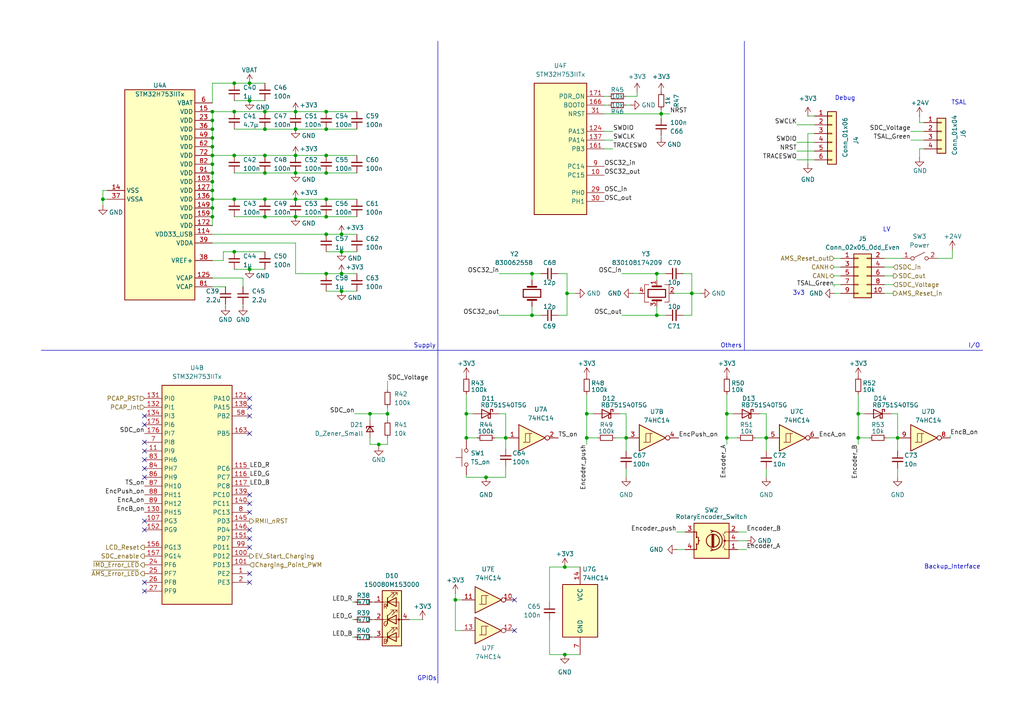
<source format=kicad_sch>
(kicad_sch
	(version 20250114)
	(generator "eeschema")
	(generator_version "9.0")
	(uuid "35b8a975-a1f8-4a47-8395-8e1ea283b386")
	(paper "A4")
	
	(text "Supply"
		(exclude_from_sim no)
		(at 123.19 100.33 0)
		(effects
			(font
				(size 1.27 1.27)
			)
		)
		(uuid "131e0615-657c-4f59-929d-0b7601842308")
	)
	(text "Backup_Interface"
		(exclude_from_sim no)
		(at 276.225 164.465 0)
		(effects
			(font
				(size 1.27 1.27)
			)
		)
		(uuid "15d77424-d13c-4f90-9f96-be8bf1adf8cc")
	)
	(text "3v3"
		(exclude_from_sim no)
		(at 229.87 85.09 0)
		(effects
			(font
				(size 1.27 1.27)
			)
			(justify left)
		)
		(uuid "364922e6-446e-413c-878a-bdcedb16435f")
	)
	(text "Debug"
		(exclude_from_sim no)
		(at 245.11 28.575 0)
		(effects
			(font
				(size 1.27 1.27)
			)
		)
		(uuid "79c5fecb-7e44-4b5c-b26a-b9a1ead8d6a7")
	)
	(text "GPIOs"
		(exclude_from_sim no)
		(at 123.825 196.85 0)
		(effects
			(font
				(size 1.27 1.27)
			)
		)
		(uuid "874e0f0d-b925-486e-858d-0f71e7baf11c")
	)
	(text "Others"
		(exclude_from_sim no)
		(at 212.09 100.33 0)
		(effects
			(font
				(size 1.27 1.27)
			)
		)
		(uuid "8c39beda-3239-4b4d-a394-cb66f7a7e4ef")
	)
	(text "LV"
		(exclude_from_sim no)
		(at 257.175 66.675 0)
		(effects
			(font
				(size 1.27 1.27)
			)
		)
		(uuid "8e72c987-571c-4fd1-98e2-d688bb9b9a23")
	)
	(text "TSAL"
		(exclude_from_sim no)
		(at 278.13 29.845 0)
		(effects
			(font
				(size 1.27 1.27)
			)
		)
		(uuid "b0e08e63-728e-465b-a9bb-a2354a70eaa5")
	)
	(text "I/O"
		(exclude_from_sim no)
		(at 282.575 100.33 0)
		(effects
			(font
				(size 1.27 1.27)
			)
		)
		(uuid "f89b8e88-7ad7-41ce-a0a0-f0fc435a26ef")
	)
	(junction
		(at 210.82 127)
		(diameter 0)
		(color 0 0 0 0)
		(uuid "03054f2e-9208-4716-83d7-1967059eae49")
	)
	(junction
		(at 170.18 120.015)
		(diameter 0)
		(color 0 0 0 0)
		(uuid "04edc9c4-6ba3-413b-80a1-5be3abfb178c")
	)
	(junction
		(at 61.595 60.325)
		(diameter 0)
		(color 0 0 0 0)
		(uuid "0639ff6d-0fa4-4a92-9101-ae69b2e89fd2")
	)
	(junction
		(at 135.255 127)
		(diameter 0)
		(color 0 0 0 0)
		(uuid "0da62957-c2c4-4942-91bd-ffb8d4251c5e")
	)
	(junction
		(at 67.945 32.385)
		(diameter 0)
		(color 0 0 0 0)
		(uuid "1277a601-4d5f-42fb-a0c5-a1f18ba0016e")
	)
	(junction
		(at 260.35 127)
		(diameter 0)
		(color 0 0 0 0)
		(uuid "1ec9d057-6b69-4bff-b2f9-d0b216a47459")
	)
	(junction
		(at 181.61 127)
		(diameter 0)
		(color 0 0 0 0)
		(uuid "1fbd7fc5-8c6d-4ada-afcb-22c60ceb9e34")
	)
	(junction
		(at 132.08 173.99)
		(diameter 0)
		(color 0 0 0 0)
		(uuid "2372f2f0-8b6b-4ba0-8156-48184e2d7c4f")
	)
	(junction
		(at 163.83 164.465)
		(diameter 0)
		(color 0 0 0 0)
		(uuid "32af624e-2218-4443-87a1-2186e9d667d8")
	)
	(junction
		(at 248.92 120.015)
		(diameter 0)
		(color 0 0 0 0)
		(uuid "37d9dbe4-82b9-4615-805a-2f19a542c56e")
	)
	(junction
		(at 170.18 127)
		(diameter 0)
		(color 0 0 0 0)
		(uuid "384fafa7-2dc2-475f-b12a-20aa52e1d930")
	)
	(junction
		(at 112.395 120.015)
		(diameter 0)
		(color 0 0 0 0)
		(uuid "38d409b5-2312-4643-b1fc-fd0131fce598")
	)
	(junction
		(at 67.945 57.785)
		(diameter 0)
		(color 0 0 0 0)
		(uuid "3a44a5b6-35e6-477b-bf34-724cef99df7e")
	)
	(junction
		(at 61.595 32.385)
		(diameter 0)
		(color 0 0 0 0)
		(uuid "3b2e415b-e57a-4f5e-b680-987d6e0ee75d")
	)
	(junction
		(at 76.835 45.085)
		(diameter 0)
		(color 0 0 0 0)
		(uuid "412c5816-2822-46ca-a32f-61cb431bfe1e")
	)
	(junction
		(at 61.595 34.925)
		(diameter 0)
		(color 0 0 0 0)
		(uuid "430d2d22-0f07-45e6-a066-ebb18e98b45d")
	)
	(junction
		(at 94.615 79.375)
		(diameter 0)
		(color 0 0 0 0)
		(uuid "432f5d77-435d-4ec6-8d84-c3578eca972e")
	)
	(junction
		(at 85.725 50.165)
		(diameter 0)
		(color 0 0 0 0)
		(uuid "43f5a8a8-38be-4f74-81aa-71bbc42e5709")
	)
	(junction
		(at 248.92 127)
		(diameter 0)
		(color 0 0 0 0)
		(uuid "46587df5-c4cb-464f-b081-46b2e985f2df")
	)
	(junction
		(at 99.06 84.455)
		(diameter 0)
		(color 0 0 0 0)
		(uuid "4904ae19-57ee-4766-a793-026af6184969")
	)
	(junction
		(at 61.595 57.785)
		(diameter 0)
		(color 0 0 0 0)
		(uuid "4a33e8c1-b15f-4db0-b29d-1dd2148aad9a")
	)
	(junction
		(at 85.725 57.785)
		(diameter 0)
		(color 0 0 0 0)
		(uuid "4bd9b2ee-526d-4e54-8543-852c7a6f1074")
	)
	(junction
		(at 61.595 40.005)
		(diameter 0)
		(color 0 0 0 0)
		(uuid "4bef900f-dc66-42af-b560-e8cc8d6a6bce")
	)
	(junction
		(at 61.595 37.465)
		(diameter 0)
		(color 0 0 0 0)
		(uuid "4c2b925c-0792-420d-8f18-1f562d9b6ba2")
	)
	(junction
		(at 99.06 73.025)
		(diameter 0)
		(color 0 0 0 0)
		(uuid "4ff38491-b732-4bec-930a-4ca407ceb858")
	)
	(junction
		(at 107.315 120.015)
		(diameter 0)
		(color 0 0 0 0)
		(uuid "543660ff-ca23-4fad-8505-bcc3272f30b0")
	)
	(junction
		(at 164.465 85.09)
		(diameter 0)
		(color 0 0 0 0)
		(uuid "556ed635-fced-44e3-845c-f708c990d149")
	)
	(junction
		(at 163.83 189.865)
		(diameter 0)
		(color 0 0 0 0)
		(uuid "57546ade-761b-45ef-9890-daec7eb5d082")
	)
	(junction
		(at 94.615 67.945)
		(diameter 0)
		(color 0 0 0 0)
		(uuid "58f143f7-5a5b-4ff8-89cf-03a63964eb53")
	)
	(junction
		(at 190.5 79.375)
		(diameter 0)
		(color 0 0 0 0)
		(uuid "592f8bd9-4310-4fe4-b840-3718d5a08ff0")
	)
	(junction
		(at 85.725 37.465)
		(diameter 0)
		(color 0 0 0 0)
		(uuid "5a46c399-0f9f-4049-86b9-32bfb792b0a4")
	)
	(junction
		(at 67.945 24.13)
		(diameter 0)
		(color 0 0 0 0)
		(uuid "5ee7831a-b9cd-4699-8b90-ccd7a33a516a")
	)
	(junction
		(at 94.615 62.865)
		(diameter 0)
		(color 0 0 0 0)
		(uuid "62af3ba4-2380-4137-9c4c-8f703fa148db")
	)
	(junction
		(at 222.25 127)
		(diameter 0)
		(color 0 0 0 0)
		(uuid "68357784-7318-43f3-becd-152fcf669e7d")
	)
	(junction
		(at 85.725 32.385)
		(diameter 0)
		(color 0 0 0 0)
		(uuid "6b4ae941-68bd-4806-b564-6051c3e374f6")
	)
	(junction
		(at 61.595 47.625)
		(diameter 0)
		(color 0 0 0 0)
		(uuid "6e7d6e8b-008e-46f2-97bf-300e301fcdc5")
	)
	(junction
		(at 72.39 29.21)
		(diameter 0)
		(color 0 0 0 0)
		(uuid "84972f59-b0b8-441f-aae9-7917b0ac015f")
	)
	(junction
		(at 85.725 45.085)
		(diameter 0)
		(color 0 0 0 0)
		(uuid "84d185bd-171c-460f-91bf-66aa757880e7")
	)
	(junction
		(at 76.835 37.465)
		(diameter 0)
		(color 0 0 0 0)
		(uuid "8a3e42ba-433e-476e-bec8-923cd84f46fb")
	)
	(junction
		(at 61.595 52.705)
		(diameter 0)
		(color 0 0 0 0)
		(uuid "93864b3d-3224-4702-bf3d-2ed04340069c")
	)
	(junction
		(at 99.06 79.375)
		(diameter 0)
		(color 0 0 0 0)
		(uuid "9e0818cf-2913-43d0-81ad-5fd7c6a3ddb1")
	)
	(junction
		(at 140.97 138.43)
		(diameter 0)
		(color 0 0 0 0)
		(uuid "a2af58c6-5f1e-4b3e-b0c0-12a279005486")
	)
	(junction
		(at 76.835 50.165)
		(diameter 0)
		(color 0 0 0 0)
		(uuid "a8da62c7-b5b2-4a05-8568-ce944b258201")
	)
	(junction
		(at 190.5 91.44)
		(diameter 0)
		(color 0 0 0 0)
		(uuid "ac9f37a4-8446-4a5b-a6ff-9f608799a097")
	)
	(junction
		(at 61.595 50.165)
		(diameter 0)
		(color 0 0 0 0)
		(uuid "b510fd1a-117a-465f-a751-9a561bd2ac96")
	)
	(junction
		(at 61.595 42.545)
		(diameter 0)
		(color 0 0 0 0)
		(uuid "b530e2a2-741c-4c76-ace0-7d60e6d206ce")
	)
	(junction
		(at 135.255 120.015)
		(diameter 0)
		(color 0 0 0 0)
		(uuid "b5323042-cbc4-4c6d-8b55-da362d9db400")
	)
	(junction
		(at 94.615 57.785)
		(diameter 0)
		(color 0 0 0 0)
		(uuid "bca7b570-75fa-40a7-a5dd-b415eee9e6fa")
	)
	(junction
		(at 94.615 50.165)
		(diameter 0)
		(color 0 0 0 0)
		(uuid "bcf0274b-9b82-4ddd-b442-da13a9d22e46")
	)
	(junction
		(at 67.945 73.025)
		(diameter 0)
		(color 0 0 0 0)
		(uuid "bdeb1722-eb35-4647-a7e0-350ed2e01785")
	)
	(junction
		(at 200.66 85.09)
		(diameter 0)
		(color 0 0 0 0)
		(uuid "c2234057-b903-484a-a2e3-a32a8859901c")
	)
	(junction
		(at 85.725 62.865)
		(diameter 0)
		(color 0 0 0 0)
		(uuid "c55b6c0a-705b-4ad7-afc8-beda683bc62e")
	)
	(junction
		(at 67.945 45.085)
		(diameter 0)
		(color 0 0 0 0)
		(uuid "ced6b67c-b589-447b-b173-eb3d5278bd77")
	)
	(junction
		(at 99.06 67.945)
		(diameter 0)
		(color 0 0 0 0)
		(uuid "ceeeb9fd-c3cf-438c-9822-df85739f3524")
	)
	(junction
		(at 191.77 33.02)
		(diameter 0)
		(color 0 0 0 0)
		(uuid "d01fb329-49c1-4312-9a86-8c2522e92a75")
	)
	(junction
		(at 72.39 24.13)
		(diameter 0)
		(color 0 0 0 0)
		(uuid "d181dd89-adb0-44ef-b5de-42f46220a519")
	)
	(junction
		(at 154.305 91.44)
		(diameter 0)
		(color 0 0 0 0)
		(uuid "d62f36d0-5342-483c-96b2-d979dd1cfd28")
	)
	(junction
		(at 154.305 79.375)
		(diameter 0)
		(color 0 0 0 0)
		(uuid "d7b6fc6c-855c-4ad5-b8db-ffb1631d4d8e")
	)
	(junction
		(at 29.845 57.785)
		(diameter 0)
		(color 0 0 0 0)
		(uuid "da4a391a-8756-4bbe-ad5d-6a5d7cc0698f")
	)
	(junction
		(at 72.39 78.105)
		(diameter 0)
		(color 0 0 0 0)
		(uuid "dc976682-daa7-427b-b632-e4e6f1b2f4a5")
	)
	(junction
		(at 146.685 127)
		(diameter 0)
		(color 0 0 0 0)
		(uuid "ddd035ed-81df-49e3-9245-82755440f4a5")
	)
	(junction
		(at 61.595 55.245)
		(diameter 0)
		(color 0 0 0 0)
		(uuid "e0d34c7c-a2c8-4d45-a4be-7edc074c7759")
	)
	(junction
		(at 210.82 120.015)
		(diameter 0)
		(color 0 0 0 0)
		(uuid "e28988d6-1ee7-4e20-9f02-35f81af9ff26")
	)
	(junction
		(at 94.615 32.385)
		(diameter 0)
		(color 0 0 0 0)
		(uuid "e6ae9a3e-d48c-4e18-9235-74fe81b4c978")
	)
	(junction
		(at 61.595 62.865)
		(diameter 0)
		(color 0 0 0 0)
		(uuid "eea696d1-0980-4f7d-9ba9-1ff3dcb2b606")
	)
	(junction
		(at 76.835 57.785)
		(diameter 0)
		(color 0 0 0 0)
		(uuid "f3f74bf6-10b1-4218-bfb6-61ef3118c054")
	)
	(junction
		(at 76.835 62.865)
		(diameter 0)
		(color 0 0 0 0)
		(uuid "f5150f2b-4683-49e5-a470-3066104142ee")
	)
	(junction
		(at 61.595 45.085)
		(diameter 0)
		(color 0 0 0 0)
		(uuid "f5abb69e-3023-40b6-8c88-ffed31815111")
	)
	(junction
		(at 76.835 32.385)
		(diameter 0)
		(color 0 0 0 0)
		(uuid "f71381d7-d154-4117-8ffa-0d9e641e8953")
	)
	(junction
		(at 94.615 45.085)
		(diameter 0)
		(color 0 0 0 0)
		(uuid "fa07ce36-60e8-4ebb-8b80-5cc0f863054d")
	)
	(junction
		(at 94.615 37.465)
		(diameter 0)
		(color 0 0 0 0)
		(uuid "fea021c6-6169-4cbd-bd9b-0c0e6e7bdfc0")
	)
	(junction
		(at 109.855 128.905)
		(diameter 0)
		(color 0 0 0 0)
		(uuid "fee4a54d-fd10-4b4f-97f2-238b76d9efae")
	)
	(no_connect
		(at 72.39 153.67)
		(uuid "0979849e-710e-47b6-86d7-e9c688b9aa11")
	)
	(no_connect
		(at 72.39 143.51)
		(uuid "13083978-a433-486d-9ce7-3968dc7190da")
	)
	(no_connect
		(at 41.91 123.19)
		(uuid "146ce1fc-bec7-4dc3-ab48-bc46d796fe51")
	)
	(no_connect
		(at 72.39 166.37)
		(uuid "184e0b37-2f9c-4056-97b4-ef1a017e4ee4")
	)
	(no_connect
		(at 41.91 168.91)
		(uuid "1ab33352-5df0-41d3-8a2b-70622302d93e")
	)
	(no_connect
		(at 72.39 168.91)
		(uuid "280c6123-36ed-4032-a8fb-23625e9cbf40")
	)
	(no_connect
		(at 149.225 182.88)
		(uuid "29403ca2-cc18-4015-b634-200487c369b9")
	)
	(no_connect
		(at 72.39 118.11)
		(uuid "3071b2a9-834c-4d88-bf39-2726c506937e")
	)
	(no_connect
		(at 72.39 156.21)
		(uuid "4f5fb956-ecd3-4e6a-b104-4f11672ec02d")
	)
	(no_connect
		(at 72.39 115.57)
		(uuid "554342c8-e8a6-401a-9844-51d2683b8c11")
	)
	(no_connect
		(at 72.39 148.59)
		(uuid "56d7413a-87a1-4ad6-8dbd-0da9468a8192")
	)
	(no_connect
		(at 41.91 153.67)
		(uuid "5cb0fac4-5588-43dd-a51e-c4f003bc7824")
	)
	(no_connect
		(at 41.91 171.45)
		(uuid "7e0e686d-2fb2-4695-9b96-f6d8257bde24")
	)
	(no_connect
		(at 149.225 173.99)
		(uuid "8cf95af1-9033-42fe-8297-3430137568f8")
	)
	(no_connect
		(at 72.39 146.05)
		(uuid "9c567fc2-914f-47ce-9a54-4d0e0f7c77a2")
	)
	(no_connect
		(at 72.39 125.73)
		(uuid "ae028c46-c4c0-44a8-ab15-5a3221e64571")
	)
	(no_connect
		(at 41.91 120.65)
		(uuid "bf91d5ab-3192-49f6-a0f3-cb8a4dc750a6")
	)
	(no_connect
		(at 41.91 138.43)
		(uuid "c17d3ccd-81ba-4fdd-af5d-4cffde13a405")
	)
	(no_connect
		(at 41.91 133.35)
		(uuid "c2dec42b-d8b6-4fba-8ad8-3058ad41867c")
	)
	(no_connect
		(at 41.91 130.81)
		(uuid "cb35255e-15c1-4414-bab0-36e7e6123437")
	)
	(no_connect
		(at 72.39 120.65)
		(uuid "cf225bd0-a812-4259-9c6d-76bce07b2df2")
	)
	(no_connect
		(at 41.91 135.89)
		(uuid "cf870591-39f4-4cb8-9b41-ec579bc32917")
	)
	(no_connect
		(at 41.91 151.13)
		(uuid "d187bd36-9147-40e9-9890-05ffb8be5838")
	)
	(no_connect
		(at 41.91 128.27)
		(uuid "d944d886-a214-438d-bf39-c2249697a1c3")
	)
	(no_connect
		(at 72.39 158.75)
		(uuid "e38f9f38-fab1-4a5d-8735-35ab6dacc3c2")
	)
	(wire
		(pts
			(xy 29.845 55.245) (xy 29.845 57.785)
		)
		(stroke
			(width 0)
			(type default)
		)
		(uuid "032e93c1-425f-4fcb-aba6-03ae1c74082b")
	)
	(wire
		(pts
			(xy 61.595 50.165) (xy 61.595 52.705)
		)
		(stroke
			(width 0)
			(type default)
		)
		(uuid "04debeef-549a-4c39-927b-69f1f0139e70")
	)
	(wire
		(pts
			(xy 102.235 184.785) (xy 102.87 184.785)
		)
		(stroke
			(width 0)
			(type default)
		)
		(uuid "05c2eb4c-a567-4a7b-9a8b-6cba89516905")
	)
	(wire
		(pts
			(xy 163.83 164.465) (xy 159.385 164.465)
		)
		(stroke
			(width 0)
			(type default)
		)
		(uuid "07a82d9a-9ca8-4d08-8726-f180541b7083")
	)
	(wire
		(pts
			(xy 94.615 84.455) (xy 99.06 84.455)
		)
		(stroke
			(width 0)
			(type default)
		)
		(uuid "0897e0f0-120b-400e-bb14-897e40e7b02d")
	)
	(wire
		(pts
			(xy 61.595 45.085) (xy 61.595 47.625)
		)
		(stroke
			(width 0)
			(type default)
		)
		(uuid "097118d6-edc8-4348-b70f-10344c435092")
	)
	(wire
		(pts
			(xy 276.225 74.93) (xy 271.78 74.93)
		)
		(stroke
			(width 0)
			(type default)
		)
		(uuid "0abfaed6-42e2-4ebd-ac06-07b93585aba9")
	)
	(wire
		(pts
			(xy 210.82 127) (xy 210.82 120.015)
		)
		(stroke
			(width 0)
			(type default)
		)
		(uuid "0acb257e-2494-4ba3-9e68-77f675c74b58")
	)
	(wire
		(pts
			(xy 132.08 173.99) (xy 133.985 173.99)
		)
		(stroke
			(width 0)
			(type default)
		)
		(uuid "0c12a21c-7010-4ff8-acfb-f02a5c09dbb8")
	)
	(wire
		(pts
			(xy 164.465 79.375) (xy 161.925 79.375)
		)
		(stroke
			(width 0)
			(type default)
		)
		(uuid "0f6e8366-0d81-4da7-9f30-62173a06d853")
	)
	(wire
		(pts
			(xy 144.78 91.44) (xy 154.305 91.44)
		)
		(stroke
			(width 0)
			(type default)
		)
		(uuid "0f761e8c-44a9-43ba-8303-ba52fba04da2")
	)
	(wire
		(pts
			(xy 94.615 32.385) (xy 103.505 32.385)
		)
		(stroke
			(width 0)
			(type default)
		)
		(uuid "0fa1f5e0-0ffe-4f7d-bf74-e541cdb35448")
	)
	(wire
		(pts
			(xy 67.945 29.21) (xy 72.39 29.21)
		)
		(stroke
			(width 0)
			(type default)
		)
		(uuid "104524c5-4e85-46bb-8fcf-6e42d9b60b65")
	)
	(wire
		(pts
			(xy 196.215 154.305) (xy 198.755 154.305)
		)
		(stroke
			(width 0)
			(type default)
		)
		(uuid "10bcdded-64db-4cbe-937c-70873d7cfb8e")
	)
	(wire
		(pts
			(xy 154.305 88.9) (xy 154.305 91.44)
		)
		(stroke
			(width 0)
			(type default)
		)
		(uuid "11e88f10-3504-432d-b8ed-d3a2e1236c08")
	)
	(wire
		(pts
			(xy 159.385 179.705) (xy 159.385 189.865)
		)
		(stroke
			(width 0)
			(type default)
		)
		(uuid "12993ed2-1dc1-4d0e-86ff-959c1d8c40f6")
	)
	(wire
		(pts
			(xy 156.845 79.375) (xy 154.305 79.375)
		)
		(stroke
			(width 0)
			(type default)
		)
		(uuid "13465972-5b15-4360-a8d8-10dafd7f715f")
	)
	(wire
		(pts
			(xy 61.595 80.645) (xy 70.485 80.645)
		)
		(stroke
			(width 0)
			(type default)
		)
		(uuid "148b4878-4176-450e-a5d5-e6bfe383516f")
	)
	(wire
		(pts
			(xy 276.225 72.39) (xy 276.225 74.93)
		)
		(stroke
			(width 0)
			(type default)
		)
		(uuid "149f6158-2d55-4904-9005-6a7af8f5b0bd")
	)
	(wire
		(pts
			(xy 61.595 70.485) (xy 85.725 70.485)
		)
		(stroke
			(width 0)
			(type default)
		)
		(uuid "17aaff2b-efe1-44db-8c2b-80df99259895")
	)
	(wire
		(pts
			(xy 266.7 45.72) (xy 266.7 43.18)
		)
		(stroke
			(width 0)
			(type default)
		)
		(uuid "17af4a42-5d6e-4b1d-a623-823e298f89ff")
	)
	(wire
		(pts
			(xy 248.92 127) (xy 248.92 120.015)
		)
		(stroke
			(width 0)
			(type default)
		)
		(uuid "189cc12e-17f9-4ac7-a5e3-046d825e6b14")
	)
	(wire
		(pts
			(xy 99.06 67.945) (xy 103.505 67.945)
		)
		(stroke
			(width 0)
			(type default)
		)
		(uuid "1a1d5fa7-6a93-453f-bf03-bdc034a2e77b")
	)
	(wire
		(pts
			(xy 94.615 57.785) (xy 103.505 57.785)
		)
		(stroke
			(width 0)
			(type default)
		)
		(uuid "1c4dff5e-c946-4edf-b17e-21144a60469e")
	)
	(wire
		(pts
			(xy 241.935 77.47) (xy 243.84 77.47)
		)
		(stroke
			(width 0)
			(type default)
		)
		(uuid "1d2e0e02-2515-4d66-aeb3-65162d89a3f4")
	)
	(wire
		(pts
			(xy 184.785 27.94) (xy 181.61 27.94)
		)
		(stroke
			(width 0)
			(type default)
		)
		(uuid "1f04f8da-308f-4d4b-b645-ba6a9e3ab5d0")
	)
	(wire
		(pts
			(xy 76.835 32.385) (xy 85.725 32.385)
		)
		(stroke
			(width 0)
			(type default)
		)
		(uuid "1faf3668-c96e-4421-a896-b7c77f08f668")
	)
	(wire
		(pts
			(xy 61.595 83.185) (xy 65.405 83.185)
		)
		(stroke
			(width 0)
			(type default)
		)
		(uuid "1ffb5664-1168-4c3c-85d6-4fdbdf0c4e6e")
	)
	(wire
		(pts
			(xy 264.16 38.1) (xy 267.97 38.1)
		)
		(stroke
			(width 0)
			(type default)
		)
		(uuid "24d23fd4-dde8-468b-82b9-b8390fc82a84")
	)
	(wire
		(pts
			(xy 135.255 120.015) (xy 135.255 114.3)
		)
		(stroke
			(width 0)
			(type default)
		)
		(uuid "24dd2109-d885-4f25-9b95-438c9c83cf53")
	)
	(wire
		(pts
			(xy 180.34 91.44) (xy 190.5 91.44)
		)
		(stroke
			(width 0)
			(type default)
		)
		(uuid "253dfb7b-e994-492e-9366-0b579cd2b921")
	)
	(wire
		(pts
			(xy 175.26 43.18) (xy 177.8 43.18)
		)
		(stroke
			(width 0)
			(type default)
		)
		(uuid "2648ca35-0d3b-41fc-a0c7-4426c47646af")
	)
	(wire
		(pts
			(xy 178.435 127) (xy 181.61 127)
		)
		(stroke
			(width 0)
			(type default)
		)
		(uuid "2648ed24-8d46-4019-81af-59cb3d3be6ef")
	)
	(wire
		(pts
			(xy 191.77 31.75) (xy 191.77 33.02)
		)
		(stroke
			(width 0)
			(type default)
		)
		(uuid "26c33951-823a-4537-8b37-6d067360a301")
	)
	(wire
		(pts
			(xy 112.395 128.905) (xy 112.395 127)
		)
		(stroke
			(width 0)
			(type default)
		)
		(uuid "2c4f26c5-5c63-4935-8730-31c29fa84cce")
	)
	(wire
		(pts
			(xy 181.61 127) (xy 181.61 130.81)
		)
		(stroke
			(width 0)
			(type default)
		)
		(uuid "2cdd5f51-0d96-4792-81bb-d51b64b09cb3")
	)
	(wire
		(pts
			(xy 61.595 24.13) (xy 67.945 24.13)
		)
		(stroke
			(width 0)
			(type default)
		)
		(uuid "309416c5-01a5-479d-b151-4aa15c679aae")
	)
	(wire
		(pts
			(xy 85.725 79.375) (xy 94.615 79.375)
		)
		(stroke
			(width 0)
			(type default)
		)
		(uuid "310b3c16-f636-42e3-92d9-8323bba36848")
	)
	(wire
		(pts
			(xy 76.835 37.465) (xy 85.725 37.465)
		)
		(stroke
			(width 0)
			(type default)
		)
		(uuid "330ea2aa-85e8-4ceb-99f4-7100f8ce0417")
	)
	(wire
		(pts
			(xy 191.77 33.02) (xy 194.31 33.02)
		)
		(stroke
			(width 0)
			(type default)
		)
		(uuid "347806f3-c012-4e14-b373-8933bd8734e0")
	)
	(wire
		(pts
			(xy 76.835 57.785) (xy 85.725 57.785)
		)
		(stroke
			(width 0)
			(type default)
		)
		(uuid "36d2f170-42d7-42b6-bedf-1e807c2cdfa4")
	)
	(wire
		(pts
			(xy 132.08 182.88) (xy 133.985 182.88)
		)
		(stroke
			(width 0)
			(type default)
		)
		(uuid "37e53374-fbe2-4c94-9df6-af2d252aceb1")
	)
	(wire
		(pts
			(xy 212.725 120.015) (xy 210.82 120.015)
		)
		(stroke
			(width 0)
			(type default)
		)
		(uuid "3d2600c5-4b7c-4f1d-afa3-11b5c6dcb5c5")
	)
	(wire
		(pts
			(xy 61.595 42.545) (xy 61.595 45.085)
		)
		(stroke
			(width 0)
			(type default)
		)
		(uuid "3ef07bc0-0d1b-4958-a3ce-4224cfe09f5c")
	)
	(wire
		(pts
			(xy 175.26 30.48) (xy 176.53 30.48)
		)
		(stroke
			(width 0)
			(type default)
		)
		(uuid "403943a3-7606-4350-b9f9-7a83a426e950")
	)
	(wire
		(pts
			(xy 107.315 120.015) (xy 107.315 121.92)
		)
		(stroke
			(width 0)
			(type default)
		)
		(uuid "40f3fbab-c25f-4c9a-a6ab-fb4449cf418a")
	)
	(wire
		(pts
			(xy 67.945 73.025) (xy 76.835 73.025)
		)
		(stroke
			(width 0)
			(type default)
		)
		(uuid "41a4017a-ed14-481c-94d2-358f975fdabf")
	)
	(wire
		(pts
			(xy 146.685 135.255) (xy 146.685 138.43)
		)
		(stroke
			(width 0)
			(type default)
		)
		(uuid "42a6c1c1-0bec-4a64-ba97-022485632b2c")
	)
	(wire
		(pts
			(xy 196.215 159.385) (xy 198.755 159.385)
		)
		(stroke
			(width 0)
			(type default)
		)
		(uuid "45efd4b5-380f-4cd4-904f-cf4fa9f9daec")
	)
	(wire
		(pts
			(xy 99.06 79.375) (xy 103.505 79.375)
		)
		(stroke
			(width 0)
			(type default)
		)
		(uuid "4744999c-668b-4ef7-aadc-3605c6b773bc")
	)
	(wire
		(pts
			(xy 181.61 120.015) (xy 179.705 120.015)
		)
		(stroke
			(width 0)
			(type default)
		)
		(uuid "49c65d79-8bc2-442d-ab86-201154fc87cc")
	)
	(wire
		(pts
			(xy 241.935 82.55) (xy 243.84 82.55)
		)
		(stroke
			(width 0)
			(type default)
		)
		(uuid "4a8c75fc-97c8-4a4c-ae30-d2dd3740701b")
	)
	(wire
		(pts
			(xy 94.615 67.945) (xy 99.06 67.945)
		)
		(stroke
			(width 0)
			(type default)
		)
		(uuid "4b920d01-933a-491c-99e7-03b14beb823a")
	)
	(wire
		(pts
			(xy 31.115 57.785) (xy 29.845 57.785)
		)
		(stroke
			(width 0)
			(type default)
		)
		(uuid "4d5c3bc0-56ca-42fc-9e4b-f425c7170797")
	)
	(wire
		(pts
			(xy 64.77 75.565) (xy 64.77 73.025)
		)
		(stroke
			(width 0)
			(type default)
		)
		(uuid "50907a1c-ae3b-4cb2-8b1f-a2bbd698e6e7")
	)
	(wire
		(pts
			(xy 164.465 85.09) (xy 164.465 79.375)
		)
		(stroke
			(width 0)
			(type default)
		)
		(uuid "50b98742-cad0-4c19-a7a0-a62a29ac5fcc")
	)
	(wire
		(pts
			(xy 222.25 120.015) (xy 220.345 120.015)
		)
		(stroke
			(width 0)
			(type default)
		)
		(uuid "5191c369-027d-4092-b2b8-93d2603c665e")
	)
	(wire
		(pts
			(xy 260.35 135.89) (xy 260.35 138.43)
		)
		(stroke
			(width 0)
			(type default)
		)
		(uuid "5248ae66-747b-402d-b1e1-3923ddbceb53")
	)
	(wire
		(pts
			(xy 109.855 129.54) (xy 109.855 128.905)
		)
		(stroke
			(width 0)
			(type default)
		)
		(uuid "55392592-7026-4f7e-ac69-d16b34d6c332")
	)
	(wire
		(pts
			(xy 193.04 79.375) (xy 190.5 79.375)
		)
		(stroke
			(width 0)
			(type default)
		)
		(uuid "555e9d66-742b-4eec-a060-e02888a73929")
	)
	(wire
		(pts
			(xy 146.685 127) (xy 146.685 120.015)
		)
		(stroke
			(width 0)
			(type default)
		)
		(uuid "55cfb840-558a-4935-83f9-4eb19eacb4b8")
	)
	(wire
		(pts
			(xy 175.26 38.1) (xy 177.8 38.1)
		)
		(stroke
			(width 0)
			(type default)
		)
		(uuid "57d04a43-6d2e-4867-91ea-a8b774abf2a0")
	)
	(wire
		(pts
			(xy 190.5 79.375) (xy 190.5 81.28)
		)
		(stroke
			(width 0)
			(type default)
		)
		(uuid "5a7fb71b-fa03-4ad2-9d6d-61e0ee9e0398")
	)
	(wire
		(pts
			(xy 72.39 78.105) (xy 76.835 78.105)
		)
		(stroke
			(width 0)
			(type default)
		)
		(uuid "5aff9e20-a3fa-44e2-b265-1bacc7296e59")
	)
	(polyline
		(pts
			(xy 215.9 11.938) (xy 215.9 101.6)
		)
		(stroke
			(width 0)
			(type default)
		)
		(uuid "5d5a5bf6-27d1-48b9-96a5-b3ec58aa8e29")
	)
	(wire
		(pts
			(xy 191.77 34.29) (xy 191.77 33.02)
		)
		(stroke
			(width 0)
			(type default)
		)
		(uuid "60b71a6b-1157-4946-bc97-0a3329be562e")
	)
	(wire
		(pts
			(xy 163.83 189.865) (xy 168.275 189.865)
		)
		(stroke
			(width 0)
			(type default)
		)
		(uuid "6135ec72-54f1-443e-a5b5-c37342bd387e")
	)
	(wire
		(pts
			(xy 107.95 179.705) (xy 108.585 179.705)
		)
		(stroke
			(width 0)
			(type default)
		)
		(uuid "62b842d4-cccf-48c1-93fb-672495a4281c")
	)
	(wire
		(pts
			(xy 85.725 32.385) (xy 94.615 32.385)
		)
		(stroke
			(width 0)
			(type default)
		)
		(uuid "6303d52b-100d-46f3-a928-30836b82f1cc")
	)
	(wire
		(pts
			(xy 94.615 50.165) (xy 103.505 50.165)
		)
		(stroke
			(width 0)
			(type default)
		)
		(uuid "6396b971-f44f-406f-9e4e-0613cb6bf000")
	)
	(wire
		(pts
			(xy 135.255 127.635) (xy 135.255 127)
		)
		(stroke
			(width 0)
			(type default)
		)
		(uuid "64e3a189-c1ad-459d-995d-a0035f523f27")
	)
	(wire
		(pts
			(xy 112.395 120.015) (xy 107.315 120.015)
		)
		(stroke
			(width 0)
			(type default)
		)
		(uuid "6625ace8-7df0-49fe-be18-552f69797353")
	)
	(wire
		(pts
			(xy 72.39 24.13) (xy 76.835 24.13)
		)
		(stroke
			(width 0)
			(type default)
		)
		(uuid "67d92ab7-6b27-413e-9d68-7d1c5c2811e8")
	)
	(wire
		(pts
			(xy 67.945 37.465) (xy 76.835 37.465)
		)
		(stroke
			(width 0)
			(type default)
		)
		(uuid "6806237e-7ade-4701-8b03-154f1dcd585d")
	)
	(wire
		(pts
			(xy 61.595 57.785) (xy 61.595 60.325)
		)
		(stroke
			(width 0)
			(type default)
		)
		(uuid "6a586c9f-68a8-4812-82a9-a5e31d2a3515")
	)
	(wire
		(pts
			(xy 170.18 127) (xy 170.18 120.015)
		)
		(stroke
			(width 0)
			(type default)
		)
		(uuid "6be6246e-4199-4714-be23-b158dcd26c83")
	)
	(wire
		(pts
			(xy 170.18 120.015) (xy 170.18 114.3)
		)
		(stroke
			(width 0)
			(type default)
		)
		(uuid "6d08ff60-dd10-45f6-8a05-095ee98a5730")
	)
	(wire
		(pts
			(xy 118.745 179.705) (xy 122.555 179.705)
		)
		(stroke
			(width 0)
			(type default)
		)
		(uuid "6d45df03-d4db-468d-b940-85424d61490f")
	)
	(wire
		(pts
			(xy 184.785 26.67) (xy 184.785 27.94)
		)
		(stroke
			(width 0)
			(type default)
		)
		(uuid "6d4f3bce-43e5-4382-80fd-e1bf727cadaf")
	)
	(wire
		(pts
			(xy 264.16 40.64) (xy 267.97 40.64)
		)
		(stroke
			(width 0)
			(type default)
		)
		(uuid "6e4c3d8c-0039-454c-9ed5-ebed97a25dfd")
	)
	(wire
		(pts
			(xy 200.66 91.44) (xy 200.66 85.09)
		)
		(stroke
			(width 0)
			(type default)
		)
		(uuid "6e65cf2f-79a8-42d3-a1d9-dc3348bdfd63")
	)
	(wire
		(pts
			(xy 260.35 127) (xy 260.35 130.81)
		)
		(stroke
			(width 0)
			(type default)
		)
		(uuid "6ef6778b-bc85-4d70-ac90-14af113f39b0")
	)
	(wire
		(pts
			(xy 234.315 38.735) (xy 236.22 38.735)
		)
		(stroke
			(width 0)
			(type default)
		)
		(uuid "6f73b510-add9-447a-a656-606690f47875")
	)
	(wire
		(pts
			(xy 190.5 91.44) (xy 193.04 91.44)
		)
		(stroke
			(width 0)
			(type default)
		)
		(uuid "703d9349-c8a4-4a59-8d3d-5b12a6be4b90")
	)
	(wire
		(pts
			(xy 181.61 135.89) (xy 181.61 138.43)
		)
		(stroke
			(width 0)
			(type default)
		)
		(uuid "72e34599-0c42-46a0-9c0b-77a570bf18de")
	)
	(wire
		(pts
			(xy 64.77 73.025) (xy 67.945 73.025)
		)
		(stroke
			(width 0)
			(type default)
		)
		(uuid "73b6ecd5-6c6d-4016-bd27-0a2d8d9f1dcb")
	)
	(wire
		(pts
			(xy 222.25 135.89) (xy 222.25 138.43)
		)
		(stroke
			(width 0)
			(type default)
		)
		(uuid "758d34b8-5e0c-4d3e-a8e7-0bf6f0655aa8")
	)
	(wire
		(pts
			(xy 94.615 79.375) (xy 99.06 79.375)
		)
		(stroke
			(width 0)
			(type default)
		)
		(uuid "75c1b770-6d91-48ed-b5bb-2a7474ec1302")
	)
	(wire
		(pts
			(xy 248.92 120.015) (xy 248.92 114.3)
		)
		(stroke
			(width 0)
			(type default)
		)
		(uuid "75c4b408-7bb5-4316-be8b-144dfb3a0679")
	)
	(wire
		(pts
			(xy 109.855 128.905) (xy 112.395 128.905)
		)
		(stroke
			(width 0)
			(type default)
		)
		(uuid "7914a7e9-5528-4149-9398-b8c7534f01a7")
	)
	(wire
		(pts
			(xy 94.615 37.465) (xy 103.505 37.465)
		)
		(stroke
			(width 0)
			(type default)
		)
		(uuid "79b4f1a0-ad3e-42ad-8d4d-96fdacee2d98")
	)
	(wire
		(pts
			(xy 222.25 127) (xy 222.25 120.015)
		)
		(stroke
			(width 0)
			(type default)
		)
		(uuid "7a70a435-d0a5-4728-9fe3-488b103c0ff1")
	)
	(wire
		(pts
			(xy 61.595 75.565) (xy 64.77 75.565)
		)
		(stroke
			(width 0)
			(type default)
		)
		(uuid "7af938fc-d107-4e8b-b420-77fc02771c52")
	)
	(wire
		(pts
			(xy 275.59 127) (xy 275.59 126.365)
		)
		(stroke
			(width 0)
			(type default)
		)
		(uuid "7f725b4f-659d-48ef-a319-985a2cbfb908")
	)
	(wire
		(pts
			(xy 219.075 127) (xy 222.25 127)
		)
		(stroke
			(width 0)
			(type default)
		)
		(uuid "839b782e-28ab-428d-b1be-7822af7b71cb")
	)
	(wire
		(pts
			(xy 180.34 79.375) (xy 190.5 79.375)
		)
		(stroke
			(width 0)
			(type default)
		)
		(uuid "83a55d68-4ab7-4179-9354-0c5cc77b1c73")
	)
	(wire
		(pts
			(xy 76.835 50.165) (xy 85.725 50.165)
		)
		(stroke
			(width 0)
			(type default)
		)
		(uuid "84e3fdd0-3727-441e-a756-9e0c64b0f45f")
	)
	(polyline
		(pts
			(xy 127 11.938) (xy 127 101.6)
		)
		(stroke
			(width 0)
			(type default)
		)
		(uuid "84f38b85-0f5d-4a4b-80bb-696a14d4aafa")
	)
	(wire
		(pts
			(xy 140.97 138.43) (xy 146.685 138.43)
		)
		(stroke
			(width 0)
			(type default)
		)
		(uuid "86313ec9-c45c-40da-8b43-e3bfab508203")
	)
	(wire
		(pts
			(xy 248.92 127) (xy 252.095 127)
		)
		(stroke
			(width 0)
			(type default)
		)
		(uuid "86947a20-bfbb-470f-ade3-d9f6007b69ac")
	)
	(wire
		(pts
			(xy 175.26 40.64) (xy 177.8 40.64)
		)
		(stroke
			(width 0)
			(type default)
		)
		(uuid "88b8f5b6-3715-41e0-a3a8-0d0e3a6c1e02")
	)
	(wire
		(pts
			(xy 168.275 164.465) (xy 163.83 164.465)
		)
		(stroke
			(width 0)
			(type default)
		)
		(uuid "89e32d00-bc94-4885-82e0-5dd30728688e")
	)
	(wire
		(pts
			(xy 61.595 67.945) (xy 94.615 67.945)
		)
		(stroke
			(width 0)
			(type default)
		)
		(uuid "8b6d86c8-a76b-4172-a3e3-318a9ff50aa3")
	)
	(polyline
		(pts
			(xy 127 101.6) (xy 127 198.12)
		)
		(stroke
			(width 0)
			(type default)
		)
		(uuid "8bcf0b4a-6f01-4a5f-b0f5-c84531e850c3")
	)
	(wire
		(pts
			(xy 260.35 120.015) (xy 258.445 120.015)
		)
		(stroke
			(width 0)
			(type default)
		)
		(uuid "8c19e9ff-e4ef-4483-a680-8e6b2961edcb")
	)
	(wire
		(pts
			(xy 210.82 127) (xy 213.995 127)
		)
		(stroke
			(width 0)
			(type default)
		)
		(uuid "8c3414c8-1f18-4d52-9d18-92efb010e968")
	)
	(wire
		(pts
			(xy 102.235 174.625) (xy 102.87 174.625)
		)
		(stroke
			(width 0)
			(type default)
		)
		(uuid "8ebbf762-fbce-49fe-bfeb-dcdacafb24c4")
	)
	(wire
		(pts
			(xy 231.14 41.275) (xy 236.22 41.275)
		)
		(stroke
			(width 0)
			(type default)
		)
		(uuid "9010c615-b8dc-48be-91ed-68e32181e1d7")
	)
	(wire
		(pts
			(xy 190.5 88.9) (xy 190.5 91.44)
		)
		(stroke
			(width 0)
			(type default)
		)
		(uuid "901b9b2d-ac73-44b7-895b-ec05897b6639")
	)
	(wire
		(pts
			(xy 200.66 85.09) (xy 203.2 85.09)
		)
		(stroke
			(width 0)
			(type default)
		)
		(uuid "9093e411-b067-4966-8fa8-328292f3ebea")
	)
	(wire
		(pts
			(xy 61.595 55.245) (xy 61.595 57.785)
		)
		(stroke
			(width 0)
			(type default)
		)
		(uuid "90b8ebde-31c8-4847-a287-5f7fd9675ba3")
	)
	(wire
		(pts
			(xy 243.84 85.09) (xy 241.935 85.09)
		)
		(stroke
			(width 0)
			(type default)
		)
		(uuid "91741062-b740-4586-b9f4-922451ae440c")
	)
	(wire
		(pts
			(xy 170.18 128.905) (xy 170.18 127)
		)
		(stroke
			(width 0)
			(type default)
		)
		(uuid "964c4c95-0edc-42d0-810d-ad4479439d49")
	)
	(wire
		(pts
			(xy 99.06 73.025) (xy 103.505 73.025)
		)
		(stroke
			(width 0)
			(type default)
		)
		(uuid "973662df-2e27-4c95-a259-713a9d128e46")
	)
	(wire
		(pts
			(xy 159.385 164.465) (xy 159.385 174.625)
		)
		(stroke
			(width 0)
			(type default)
		)
		(uuid "978df144-cdde-4d69-8b01-c4fe7024360a")
	)
	(wire
		(pts
			(xy 154.305 91.44) (xy 156.845 91.44)
		)
		(stroke
			(width 0)
			(type default)
		)
		(uuid "97ede80a-b5b1-4149-b441-4a9a24261021")
	)
	(wire
		(pts
			(xy 29.845 57.785) (xy 29.845 59.69)
		)
		(stroke
			(width 0)
			(type default)
		)
		(uuid "98d5f97d-76ee-4339-9fcb-0aad1bffdd91")
	)
	(wire
		(pts
			(xy 266.7 33.655) (xy 266.7 35.56)
		)
		(stroke
			(width 0)
			(type default)
		)
		(uuid "9b45f6d1-d5f6-49df-b13f-a61d564c7e69")
	)
	(wire
		(pts
			(xy 200.66 85.09) (xy 195.58 85.09)
		)
		(stroke
			(width 0)
			(type default)
		)
		(uuid "9cc1ff3f-cefe-4a7e-b237-e926d6edbe05")
	)
	(wire
		(pts
			(xy 266.7 35.56) (xy 267.97 35.56)
		)
		(stroke
			(width 0)
			(type default)
		)
		(uuid "9d514266-0ddd-4350-a00d-f23dcaf52f6f")
	)
	(wire
		(pts
			(xy 107.315 120.015) (xy 102.87 120.015)
		)
		(stroke
			(width 0)
			(type default)
		)
		(uuid "9d8b6b7c-364f-4e1a-8da5-3819b2a08675")
	)
	(wire
		(pts
			(xy 241.935 83.185) (xy 241.935 82.55)
		)
		(stroke
			(width 0)
			(type default)
		)
		(uuid "9f544dbe-c4bf-4ea9-ae26-92987485c5f5")
	)
	(wire
		(pts
			(xy 61.595 47.625) (xy 61.595 50.165)
		)
		(stroke
			(width 0)
			(type default)
		)
		(uuid "9f9ae461-b89c-4786-9861-dda1960da6f7")
	)
	(wire
		(pts
			(xy 67.945 24.13) (xy 72.39 24.13)
		)
		(stroke
			(width 0)
			(type default)
		)
		(uuid "a10ab475-065e-44da-aa1e-4acd1b79678e")
	)
	(wire
		(pts
			(xy 85.725 62.865) (xy 94.615 62.865)
		)
		(stroke
			(width 0)
			(type default)
		)
		(uuid "a1794c33-030e-4353-b243-ecbb43184f8d")
	)
	(wire
		(pts
			(xy 146.685 127) (xy 146.685 130.175)
		)
		(stroke
			(width 0)
			(type default)
		)
		(uuid "a492a2d2-690f-48ce-8b67-44ff70ef9cd0")
	)
	(wire
		(pts
			(xy 94.615 73.025) (xy 99.06 73.025)
		)
		(stroke
			(width 0)
			(type default)
		)
		(uuid "a5b56033-b81b-415f-a7ab-e84f87f8230e")
	)
	(wire
		(pts
			(xy 200.66 85.09) (xy 200.66 79.375)
		)
		(stroke
			(width 0)
			(type default)
		)
		(uuid "a5ffdd7d-d73d-4f19-a48a-67b6dccc47b4")
	)
	(wire
		(pts
			(xy 112.395 113.03) (xy 112.395 110.49)
		)
		(stroke
			(width 0)
			(type default)
		)
		(uuid "a718020f-1fd0-4ca7-bf42-8f95f5bffabc")
	)
	(wire
		(pts
			(xy 175.26 33.02) (xy 191.77 33.02)
		)
		(stroke
			(width 0)
			(type default)
		)
		(uuid "a7538366-43ba-4f57-a90e-c52e3d942daa")
	)
	(wire
		(pts
			(xy 135.255 138.43) (xy 135.255 137.795)
		)
		(stroke
			(width 0)
			(type default)
		)
		(uuid "a87a4e21-be8f-4c97-aa39-590f7357b5aa")
	)
	(wire
		(pts
			(xy 67.945 32.385) (xy 76.835 32.385)
		)
		(stroke
			(width 0)
			(type default)
		)
		(uuid "a904c53b-8e3e-4bc5-a27f-7383e8f2953d")
	)
	(wire
		(pts
			(xy 260.35 127) (xy 260.35 120.015)
		)
		(stroke
			(width 0)
			(type default)
		)
		(uuid "a9068bf5-f10c-47f0-993f-76eee5b0d4a3")
	)
	(wire
		(pts
			(xy 256.54 74.93) (xy 261.62 74.93)
		)
		(stroke
			(width 0)
			(type default)
		)
		(uuid "aa32e37b-0a16-4d8d-9d0d-b8b5ce96dcc7")
	)
	(wire
		(pts
			(xy 107.315 127) (xy 107.315 128.905)
		)
		(stroke
			(width 0)
			(type default)
		)
		(uuid "ab4c4cc5-a5bf-4039-a008-37765ef8eb1e")
	)
	(wire
		(pts
			(xy 248.92 128.905) (xy 248.92 127)
		)
		(stroke
			(width 0)
			(type default)
		)
		(uuid "abc310cb-857c-4753-b28e-44fa907af802")
	)
	(wire
		(pts
			(xy 85.725 37.465) (xy 94.615 37.465)
		)
		(stroke
			(width 0)
			(type default)
		)
		(uuid "abd2ae2c-7f6e-41ad-b5a6-a31e8ed94f3d")
	)
	(wire
		(pts
			(xy 170.18 127) (xy 173.355 127)
		)
		(stroke
			(width 0)
			(type default)
		)
		(uuid "ac89e3fd-dd43-4a14-8ceb-8cbdca514b96")
	)
	(wire
		(pts
			(xy 67.945 57.785) (xy 76.835 57.785)
		)
		(stroke
			(width 0)
			(type default)
		)
		(uuid "ae0acb81-b15c-450b-a2ac-387ea9ab04b3")
	)
	(wire
		(pts
			(xy 61.595 45.085) (xy 67.945 45.085)
		)
		(stroke
			(width 0)
			(type default)
		)
		(uuid "aff8a17b-3015-4cf1-8e0d-8ef617a730ba")
	)
	(wire
		(pts
			(xy 164.465 85.09) (xy 167.005 85.09)
		)
		(stroke
			(width 0)
			(type default)
		)
		(uuid "b02cc84c-3b43-429e-8e86-e6e1d1ce361b")
	)
	(wire
		(pts
			(xy 61.595 32.385) (xy 61.595 34.925)
		)
		(stroke
			(width 0)
			(type default)
		)
		(uuid "b1ae31fb-1a94-46ff-a0d3-79e8bfa3c878")
	)
	(wire
		(pts
			(xy 85.725 70.485) (xy 85.725 79.375)
		)
		(stroke
			(width 0)
			(type default)
		)
		(uuid "b1dc4209-40df-4759-aea9-c51c8866f739")
	)
	(wire
		(pts
			(xy 72.39 29.21) (xy 76.835 29.21)
		)
		(stroke
			(width 0)
			(type default)
		)
		(uuid "b3d8913f-1aa7-40ac-99a2-1b72070425a2")
	)
	(wire
		(pts
			(xy 185.42 85.09) (xy 183.515 
... [203235 chars truncated]
</source>
